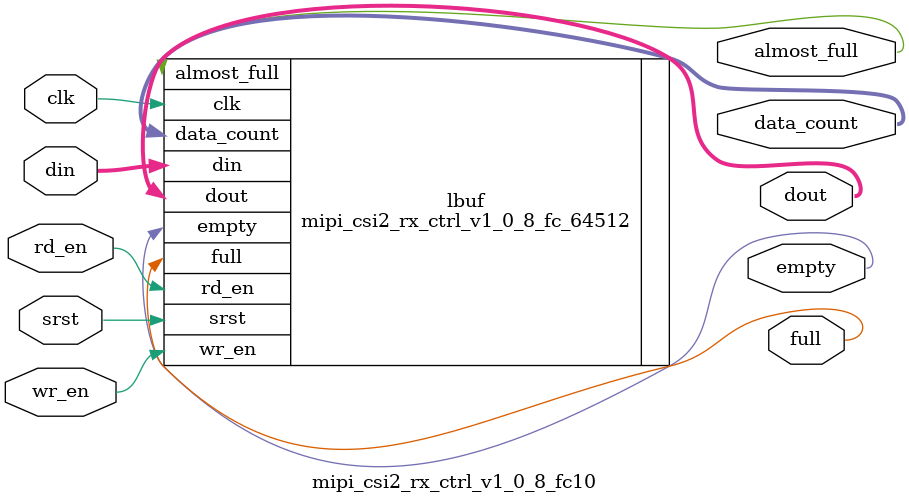
<source format=v>
`timescale 1ns/1ps
module mipi_csi2_rx_ctrl_v1_0_8_fc10 (
input          clk        ,
input          srst       ,
input  [64+4-1:0]  din  ,
input          wr_en      ,
input          rd_en      ,
output  [64+4-1:0]  dout,
output         full       ,
output         almost_full,
output         empty      ,
output [9-1:0]  data_count
);

mipi_csi2_rx_ctrl_v1_0_8_fc_64512 lbuf (
 .clk         (clk         ),
 .srst        (srst        ),
 .din         (din         ),
 .wr_en       (wr_en       ),
 .rd_en       (rd_en       ),
 .dout        (dout        ),
 .full        (full        ),
 .almost_full (almost_full ),
 .empty       (empty       ),
 .data_count  (data_count  ) 
);
endmodule

</source>
